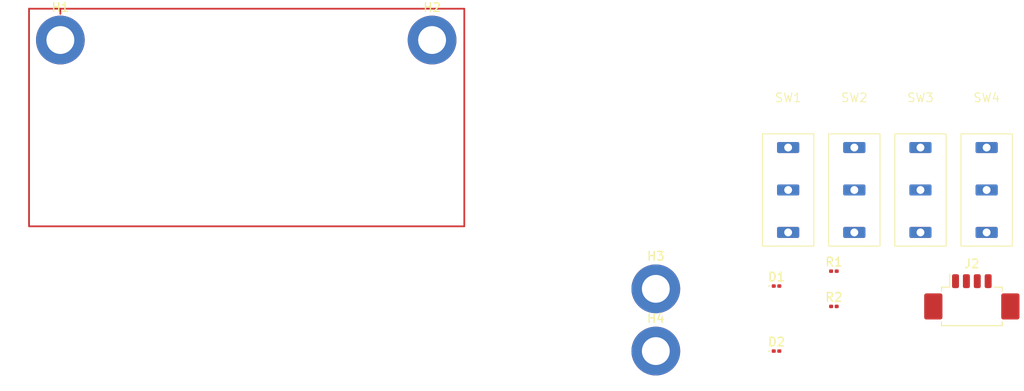
<source format=kicad_pcb>
(kicad_pcb (version 20241229) (generator "pcbnew") (generator_version "9.0")
  (layers (0 "F.Cu" signal) (2 "B.Cu" signal) (13 "F.Paste" user) (15 "B.Paste" user) (5 "F.SilkS" user "F.Silkscreen") (7 "B.SilkS" user "B.Silkscreen") (1 "F.Mask" user) (3 "B.Mask" user) (25 "Edge.Cuts" user))
  (net 0 "")
  (net 1 "Net-(D1-A)")
  (net 2 "GND")
  (net 3 "Net-(D2-A)")
  (net 4 "/!SEP1")
  (net 5 "/!SEP2")
  (footprint "Connector_Molex:Molex_PicoBlade_53261-0471_1x04-1MP_P1.25mm_Horizontal" (layer "F.Cu") (at 193.6 90.3)
    (property "Reference" "J2" (at 0 -4.4 0) (layer "F.SilkS"))
    (property "Value" "Conn_01x06")
    (fp_line (start -3.485 -1.71) (end -2.535 -1.71) (stroke (width 0.12)) (layer "F.SilkS"))
    (fp_line (start -3.485 -1.26) (end -3.485 -1.71) (stroke (width 0.12)) (layer "F.SilkS"))
    (fp_line (start -3.485 2.26) (end -3.485 2.71) (stroke (width 0.12)) (layer "F.SilkS"))
    (fp_line (start -3.485 2.71) (end 3.485 2.71) (stroke (width 0.12)) (layer "F.SilkS"))
    (fp_line (start -2.535 -1.71) (end -2.535 -3.2) (stroke (width 0.12)) (layer "F.SilkS"))
    (fp_line (start 3.485 -1.71) (end 2.535 -1.71) (stroke (width 0.12)) (layer "F.SilkS"))
    (fp_line (start 3.485 -1.26) (end 3.485 -1.71) (stroke (width 0.12)) (layer "F.SilkS"))
    (fp_line (start 3.485 2.71) (end 3.485 2.26) (stroke (width 0.12)) (layer "F.SilkS"))
    (pad "1" smd roundrect (at -1.875 -2.4) (size 0.8 1.6) (layers "F.Cu" "F.Mask" "F.Paste") (net 4 "/!SEP1"))
    (pad "2" smd roundrect (at -0.625 -2.4) (size 0.8 1.6) (layers "F.Cu" "F.Mask" "F.Paste") (net 2 "GND"))
    (pad "3" smd roundrect (at 0.625 -2.4) (size 0.8 1.6) (layers "F.Cu" "F.Mask" "F.Paste") (net 5 "/!SEP2"))
    (pad "4" smd roundrect (at 1.875 -2.4) (size 0.8 1.6) (layers "F.Cu" "F.Mask" "F.Paste") (net 2 "GND"))
    (pad "5" smd roundrect (at -4.425 0.5) (size 2.1 3) (layers "F.Cu" "F.Mask" "F.Paste") (roundrect_rratio 0.119048) (net 2 "GND"))
    (pad "6" smd roundrect (at 4.425 0.5) (size 2.1 3) (layers "F.Cu" "F.Mask" "F.Paste") (roundrect_rratio 0.119048) (net 2 "GND"))
  )
  (footprint "LED_SMD:LED_0201_0603Metric" (layer "F.Cu") (at 171.165 88.46)
    (property "Reference" "D1" (at 0 -1.05 0) (layer "F.SilkS"))
    (property "Value" "LED")
    (fp_circle (center -0.86 0) (end -0.81 0) (stroke (width 0.1)) (fill no) (layer "F.SilkS"))
    (pad "1" smd roundrect (at -0.32 0) (size 0.46 0.4) (layers "F.Cu" "F.Mask") (net 2 "GND"))
    (pad "2" smd roundrect (at 0.32 0) (size 0.46 0.4) (layers "F.Cu" "F.Mask") (net 1 "Net-(D1-A)"))
  )
  (footprint "LED_SMD:LED_0201_0603Metric" (layer "F.Cu") (at 171.165 95.93)
    (property "Reference" "D2" (at 0 -1.05 0) (layer "F.SilkS"))
    (property "Value" "LED")
    (fp_circle (center -0.86 0) (end -0.81 0) (stroke (width 0.1)) (fill no) (layer "F.SilkS"))
    (pad "1" smd roundrect (at -0.32 0) (size 0.46 0.4) (layers "F.Cu" "F.Mask") (net 2 "GND"))
    (pad "2" smd roundrect (at 0.32 0) (size 0.46 0.4) (layers "F.Cu" "F.Mask") (net 3 "Net-(D2-A)"))
  )
  (footprint "MountingHole:MountingHole_3.2mm_M3_DIN965_Pad" (layer "F.Cu") (at 131.6 60.2)
    (property "Reference" "H2" (at 0 -3.75 0) (layer "F.SilkS"))
    (property "Value" "MountingHole_Pad")
    (pad "1" thru_hole circle (at 0 0) (size 5.6 5.6) (drill 3.2) (layers "*.Cu" "*.Mask") (net 2 "GND"))
  )
  (footprint "D2F_L3_D3_THT:D2F_L3_D3_THT" (layer "F.Cu") (at 172.5 77.425)
    (property "Reference" "SW1" (at 0 -10.6 0) (layer "F.SilkS") (effects (font (thickness 0.1))))
    (property "Value" "SW_SPDT")
    (fp_rect (start -2.95 -6.45) (end 2.95 6.45) (stroke (width 0.1)) (fill no) (layer "F.SilkS"))
    (pad "1" thru_hole roundrect (at 0 -4.875) (size 2.54 1.27) (drill 0.9) (layers "*.Cu" "*.Mask") (roundrect_rratio 0.15) (net 2 "GND"))
    (pad "2" thru_hole roundrect (at 0 0) (size 2.54 1.27) (drill 0.9) (layers "*.Cu" "*.Mask") (roundrect_rratio 0.15))
    (pad "3" thru_hole roundrect (at 0 4.875) (size 2.54 1.27) (drill 0.9) (layers "*.Cu" "*.Mask") (roundrect_rratio 0.15) (net 4 "/!SEP1"))
  )
  (footprint "MountingHole:MountingHole_3.2mm_M3_DIN965_Pad" (layer "F.Cu") (at 157.3 95.93)
    (property "Reference" "H4" (at 0 -3.75 0) (layer "F.SilkS"))
    (property "Value" "MountingHole_Pad")
    (pad "1" thru_hole circle (at 0 0) (size 5.6 5.6) (drill 3.2) (layers "*.Cu" "*.Mask") (net 2 "GND"))
  )
  (footprint "D2F_L3_D3_THT:D2F_L3_D3_THT" (layer "F.Cu") (at 187.7 77.425)
    (property "Reference" "SW3" (at 0 -10.6 0) (layer "F.SilkS") (effects (font (thickness 0.1))))
    (property "Value" "SW_SPDT")
    (fp_rect (start -2.95 -6.45) (end 2.95 6.45) (stroke (width 0.1)) (fill no) (layer "F.SilkS"))
    (pad "1" thru_hole roundrect (at 0 -4.875) (size 2.54 1.27) (drill 0.9) (layers "*.Cu" "*.Mask") (roundrect_rratio 0.15) (net 2 "GND"))
    (pad "2" thru_hole roundrect (at 0 0) (size 2.54 1.27) (drill 0.9) (layers "*.Cu" "*.Mask") (roundrect_rratio 0.15))
    (pad "3" thru_hole roundrect (at 0 4.875) (size 2.54 1.27) (drill 0.9) (layers "*.Cu" "*.Mask") (roundrect_rratio 0.15) (net 5 "/!SEP2"))
  )
  (footprint "Resistor_SMD:R_0201_0603Metric" (layer "F.Cu") (at 177.755 90.8)
    (property "Reference" "R2" (at 0 -1.05 0) (layer "F.SilkS"))
    (property "Value" "R")
    (pad "1" smd roundrect (at -0.32 0) (size 0.46 0.4) (layers "F.Cu" "F.Mask") (net 5 "/!SEP2"))
    (pad "2" smd roundrect (at 0.32 0) (size 0.46 0.4) (layers "F.Cu" "F.Mask") (net 3 "Net-(D2-A)"))
  )
  (footprint "MountingHole:MountingHole_3.2mm_M3_DIN965_Pad" (layer "F.Cu") (at 157.3 88.78)
    (property "Reference" "H3" (at 0 -3.75 0) (layer "F.SilkS"))
    (property "Value" "MountingHole_Pad")
    (pad "1" thru_hole circle (at 0 0) (size 5.6 5.6) (drill 3.2) (layers "*.Cu" "*.Mask") (net 2 "GND"))
  )
  (footprint "D2F_L3_D3_THT:D2F_L3_D3_THT" (layer "F.Cu") (at 195.3 77.425)
    (property "Reference" "SW4" (at 0 -10.6 0) (layer "F.SilkS") (effects (font (thickness 0.1))))
    (property "Value" "SW_SPDT")
    (fp_rect (start -2.95 -6.45) (end 2.95 6.45) (stroke (width 0.1)) (fill no) (layer "F.SilkS"))
    (pad "1" thru_hole roundrect (at 0 -4.875) (size 2.54 1.27) (drill 0.9) (layers "*.Cu" "*.Mask") (roundrect_rratio 0.15) (net 2 "GND"))
    (pad "2" thru_hole roundrect (at 0 0) (size 2.54 1.27) (drill 0.9) (layers "*.Cu" "*.Mask") (roundrect_rratio 0.15))
    (pad "3" thru_hole roundrect (at 0 4.875) (size 2.54 1.27) (drill 0.9) (layers "*.Cu" "*.Mask") (roundrect_rratio 0.15) (net 5 "/!SEP2"))
  )
  (footprint "MountingHole:MountingHole_3.2mm_M3_DIN965_Pad" (layer "F.Cu") (at 88.9 60.2)
    (property "Reference" "H1" (at 0 -3.75 0) (layer "F.SilkS"))
    (property "Value" "MountingHole_Pad")
    (pad "1" thru_hole circle (at 0 0) (size 5.6 5.6) (drill 3.2) (layers "*.Cu" "*.Mask") (net 2 "GND"))
  )
  (footprint "Resistor_SMD:R_0201_0603Metric" (layer "F.Cu") (at 177.755 86.75)
    (property "Reference" "R1" (at 0 -1.05 0) (layer "F.SilkS"))
    (property "Value" "R")
    (pad "1" smd roundrect (at -0.32 0) (size 0.46 0.4) (layers "F.Cu" "F.Mask") (net 4 "/!SEP1"))
    (pad "2" smd roundrect (at 0.32 0) (size 0.46 0.4) (layers "F.Cu" "F.Mask") (net 1 "Net-(D1-A)"))
  )
  (footprint "D2F_L3_D3_THT:D2F_L3_D3_THT" (layer "F.Cu") (at 180.1 77.425)
    (property "Reference" "SW2" (at 0 -10.6 0) (layer "F.SilkS") (effects (font (thickness 0.1))))
    (property "Value" "SW_SPDT")
    (fp_rect (start -2.95 -6.45) (end 2.95 6.45) (stroke (width 0.1)) (fill no) (layer "F.SilkS"))
    (pad "1" thru_hole roundrect (at 0 -4.875) (size 2.54 1.27) (drill 0.9) (layers "*.Cu" "*.Mask") (roundrect_rratio 0.15) (net 2 "GND"))
    (pad "2" thru_hole roundrect (at 0 0) (size 2.54 1.27) (drill 0.9) (layers "*.Cu" "*.Mask") (roundrect_rratio 0.15))
    (pad "3" thru_hole roundrect (at 0 4.875) (size 2.54 1.27) (drill 0.9) (layers "*.Cu" "*.Mask") (roundrect_rratio 0.15) (net 4 "/!SEP1"))
  )
  (gr_rect (start 135.3 81.6) (end 85.3 56.6) (stroke (width 0.2)) (fill no) (layer "F.Cu") (net 2))
  (gr_line (start 88.9 56.7) (end 88.9 57.2) (stroke (width 0.2)) (layer "F.Cu") (net 2))
)
</source>
